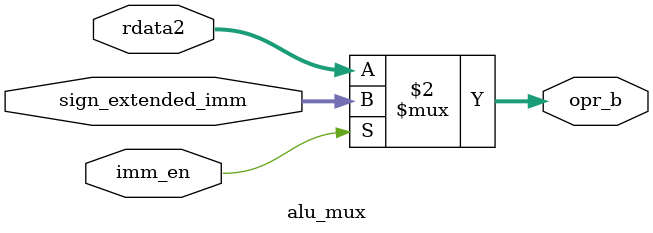
<source format=sv>
module alu_mux (
    input logic [31:0] sign_extended_imm,
    input logic imm_en,
    input logic [31:0] rdata2,
    output logic [31:0] opr_b
);

always_comb
begin
        opr_b = imm_en ? sign_extended_imm : rdata2;
end
endmodule

</source>
